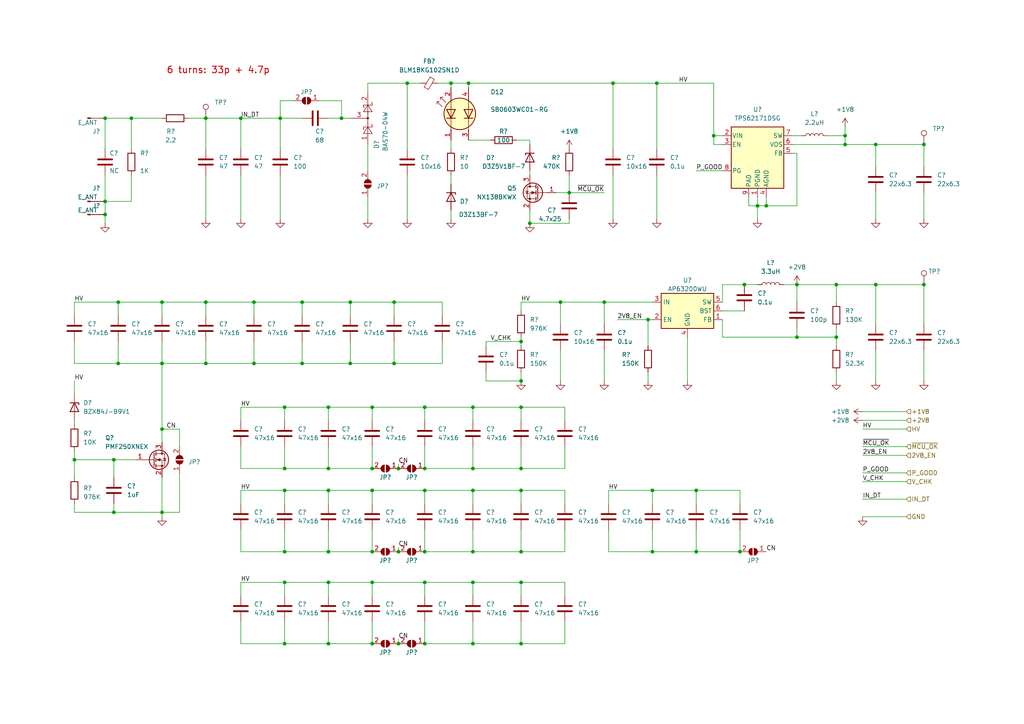
<source format=kicad_sch>
(kicad_sch (version 20230409) (generator eeschema)
  (paper "A4")
  (lib_symbols
    (symbol "Connector:Conn_01x01_Male" (pin_numbers hide) (pin_names (offset 1.016) hide)
      (property "Reference" "J" (at 0 2.54 0))
      (property "Value" "Conn_01x01_Male" (at 0 -2.54 0))
      (symbol "Conn_01x01_Male_1_1"
        (pin passive line (at 5.08 0 180) (length 3.81) (name "Pin_1") (number "1"))
      )
    )
    (symbol "Connector:TestPoint" (pin_numbers hide) (pin_names (offset 0.762) hide)
      (property "Reference" "TP" (at 0 6.858 0))
      (property "Value" "TestPoint" (at 0 5.08 0))
      (symbol "TestPoint_1_1"
        (pin passive line (at 0 0 90) (length 2.54) (name "1") (number "1"))
      )
    )
    (symbol "Device:C" (pin_numbers hide) (pin_names (offset 0.254))
      (property "Reference" "C" (at 0.635 2.54 0))
      (property "Value" "C" (at 0.635 -2.54 0))
      (symbol "C_1_1"
        (pin passive line (at 0 3.81 270) (length 2.794) (name "~") (number "1"))
        (pin passive line (at 0 -3.81 90) (length 2.794) (name "~") (number "2"))
      )
    )
    (symbol "Device:D_Zener" (pin_numbers hide) (pin_names (offset 1.016) hide)
      (property "Reference" "D" (at 0 2.54 0))
      (property "Value" "D_Zener" (at 0 -2.54 0))
      (symbol "D_Zener_1_1"
        (pin passive line (at -3.81 0 0) (length 2.54) (name "K") (number "1"))
        (pin passive line (at 3.81 0 180) (length 2.54) (name "A") (number "2"))
      )
    )
    (symbol "Device:FerriteBead_Small" (pin_numbers hide) (pin_names (offset 0))
      (property "Reference" "FB" (at 1.905 1.27 0))
      (property "Value" "FerriteBead_Small" (at 1.905 -1.27 0))
      (symbol "FerriteBead_Small_1_1"
        (pin passive line (at 0 2.54 270) (length 1.27) (name "~") (number "1"))
        (pin passive line (at 0 -2.54 90) (length 1.27) (name "~") (number "2"))
      )
    )
    (symbol "Device:L" (pin_numbers hide) (pin_names (offset 1.016) hide)
      (property "Reference" "L" (at -1.27 0 90))
      (property "Value" "L" (at 1.905 0 90))
      (symbol "L_1_1"
        (pin passive line (at 0 3.81 270) (length 1.27) (name "1") (number "1"))
        (pin passive line (at 0 -3.81 90) (length 1.27) (name "2") (number "2"))
      )
    )
    (symbol "Device:LED_Dual_KAKA" (pin_names (offset 0) hide)
      (property "Reference" "D" (at 0 5.715 0))
      (property "Value" "LED_Dual_KAKA" (at 0 -6.35 0))
      (symbol "LED_Dual_KAKA_1_1"
        (pin input line (at -7.62 2.54 0) (length 3.048) (name "A1") (number "1"))
        (pin input line (at 7.62 2.54 180) (length 3.81) (name "K1") (number "2"))
        (pin input line (at -7.62 -2.54 0) (length 3.048) (name "A2") (number "3"))
        (pin input line (at 7.62 -2.54 180) (length 3.81) (name "K2") (number "4"))
      )
    )
    (symbol "Device:Q_NMOS_GSD" (pin_names (offset 0) hide)
      (property "Reference" "Q" (at 5.08 1.27 0))
      (property "Value" "Q_NMOS_GSD" (at 5.08 -1.27 0))
      (symbol "Q_NMOS_GSD_1_1"
        (pin input line (at -5.08 0 0) (length 2.54) (name "G") (number "1"))
        (pin passive line (at 2.54 -5.08 90) (length 2.54) (name "S") (number "2"))
        (pin passive line (at 2.54 5.08 270) (length 2.54) (name "D") (number "3"))
      )
    )
    (symbol "Device:R" (pin_numbers hide) (pin_names (offset 0))
      (property "Reference" "R" (at 2.032 0 90))
      (property "Value" "R" (at 0 0 90))
      (symbol "R_1_1"
        (pin passive line (at 0 3.81 270) (length 1.27) (name "~") (number "1"))
        (pin passive line (at 0 -3.81 90) (length 1.27) (name "~") (number "2"))
      )
    )
    (symbol "Diode:BAT54SW" (pin_names (offset 1.016))
      (property "Reference" "D" (at 0.635 -3.81 0))
      (property "Value" "BAT54SW" (at -6.35 3.175 0))
      (symbol "BAT54SW_1_1"
        (pin passive line (at -7.62 0 0) (length 3.81) (name "~") (number "1"))
        (pin passive line (at 7.62 0 180) (length 3.81) (name "~") (number "2"))
        (pin passive line (at 0 -5.08 90) (length 5.08) (name "~") (number "3"))
      )
    )
    (symbol "Jumper:SolderJumper_2_Open" (pin_names (offset 0) hide)
      (property "Reference" "JP" (at 0 2.032 0))
      (property "Value" "SolderJumper_2_Open" (at 0 -2.54 0))
      (symbol "SolderJumper_2_Open_1_1"
        (pin passive line (at -3.81 0 0) (length 2.54) (name "A") (number "1"))
        (pin passive line (at 3.81 0 180) (length 2.54) (name "B") (number "2"))
      )
    )
    (symbol "Regulator_Switching:AP63201WU"
      (property "Reference" "U" (at -7.62 6.35 0))
      (property "Value" "AP63201WU" (at 2.54 6.35 0))
      (symbol "AP63201WU_1_1"
        (pin input line (at 10.16 -2.54 180) (length 2.54) (name "FB") (number "1"))
        (pin input line (at -10.16 -2.54 0) (length 2.54) (name "EN") (number "2"))
        (pin power_in line (at -10.16 2.54 0) (length 2.54) (name "IN") (number "3"))
        (pin power_in line (at 0 -7.62 90) (length 2.54) (name "GND") (number "4"))
        (pin output line (at 10.16 2.54 180) (length 2.54) (name "SW") (number "5"))
        (pin passive line (at 10.16 0 180) (length 2.54) (name "BST") (number "6"))
      )
    )
    (symbol "Regulator_Switching:TPS62171DSG" (pin_names (offset 0.254))
      (property "Reference" "U" (at -7.62 11.43 0))
      (property "Value" "TPS62171DSG" (at -1.27 11.43 0))
      (symbol "TPS62171DSG_1_1"
        (pin power_in line (at 0 -10.16 90) (length 2.54) (name "PGND") (number "1"))
        (pin power_in line (at -10.16 7.62 0) (length 2.54) (name "VIN") (number "2"))
        (pin input line (at -10.16 5.08 0) (length 2.54) (name "EN") (number "3"))
        (pin power_in line (at 2.54 -10.16 90) (length 2.54) (name "AGND") (number "4"))
        (pin input line (at 10.16 2.54 180) (length 2.54) (name "FB") (number "5"))
        (pin input line (at 10.16 5.08 180) (length 2.54) (name "VOS") (number "6"))
        (pin output line (at 10.16 7.62 180) (length 2.54) (name "SW") (number "7"))
        (pin open_collector line (at -10.16 -2.54 0) (length 2.54) (name "PG") (number "8"))
        (pin power_in line (at -2.54 -10.16 90) (length 2.54) (name "PAD") (number "9"))
      )
    )
    (symbol "Transistor_FET:2N7002" (pin_names hide)
      (property "Reference" "Q" (at 5.08 1.905 0))
      (property "Value" "2N7002" (at 5.08 0 0))
      (symbol "2N7002_1_1"
        (pin input line (at -5.08 0 0) (length 2.54) (name "G") (number "1"))
        (pin passive line (at 2.54 -5.08 90) (length 2.54) (name "S") (number "2"))
        (pin passive line (at 2.54 5.08 270) (length 2.54) (name "D") (number "3"))
      )
    )
    (symbol "power:+1V8" (power) (pin_names (offset 0))
      (property "Value" "+1V8" (at 0 3.556 0))
      (symbol "+1V8_1_1"
        (pin power_in line (at 0 0 90) (length 0) hide (name "+1V8") (number "1"))
      )
    )
    (symbol "power:+2V8" (power) (pin_names (offset 0))
      (property "Value" "+2V8" (at 0 3.556 0))
      (symbol "+2V8_1_1"
        (pin power_in line (at 0 0 90) (length 0) hide (name "+2V8") (number "1"))
      )
    )
    (symbol "power:GND" (power) (pin_names (offset 0))
      (property "Value" "GND" (at 0 -3.81 0))
      (symbol "GND_1_1"
        (pin power_in line (at 0 0 270) (length 0) hide (name "GND") (number "1"))
      )
    )
  )
  (junction (at 219.71 59.69))
  (junction (at 30.48 58.42))
  (junction (at 151.13 99.06))
  (junction (at 87.63 105.41))
  (junction (at 46.99 148.59))
  (junction (at 59.69 34.29))
  (junction (at 82.55 168.91))
  (junction (at 115.57 160.02))
  (junction (at 123.19 142.24))
  (junction (at 151.13 110.49))
  (junction (at 107.95 118.11))
  (junction (at 151.13 135.89))
  (junction (at 114.3 87.63))
  (junction (at 123.19 160.02))
  (junction (at 137.16 160.02))
  (junction (at 101.6 105.41))
  (junction (at 82.55 118.11))
  (junction (at 151.13 142.24))
  (junction (at 95.25 186.69))
  (junction (at 222.25 59.69))
  (junction (at 59.69 87.63))
  (junction (at 107.95 135.89))
  (junction (at 82.55 142.24))
  (junction (at 151.13 160.02))
  (junction (at 34.29 87.63))
  (junction (at 189.23 142.24))
  (junction (at 162.56 87.63))
  (junction (at 95.25 142.24))
  (junction (at 245.11 41.91))
  (junction (at 87.63 87.63))
  (junction (at 95.25 168.91))
  (junction (at 151.13 118.11))
  (junction (at 38.1 34.29))
  (junction (at 175.26 87.63))
  (junction (at 207.01 39.37))
  (junction (at 107.95 160.02))
  (junction (at 242.57 97.79))
  (junction (at 46.99 124.46))
  (junction (at 115.57 186.69))
  (junction (at 201.93 160.02))
  (junction (at 254 41.91))
  (junction (at 137.16 135.89))
  (junction (at 30.48 34.29))
  (junction (at 123.19 135.89))
  (junction (at 69.85 34.29))
  (junction (at 267.97 82.55))
  (junction (at 21.59 133.35))
  (junction (at 242.57 82.55))
  (junction (at 151.13 168.91))
  (junction (at 267.97 41.91))
  (junction (at 190.5 24.13))
  (junction (at 177.8 24.13))
  (junction (at 95.25 160.02))
  (junction (at 137.16 186.69))
  (junction (at 101.6 87.63))
  (junction (at 30.48 62.23))
  (junction (at 73.66 87.63))
  (junction (at 123.19 118.11))
  (junction (at 82.55 160.02))
  (junction (at 46.99 87.63))
  (junction (at 99.06 34.29))
  (junction (at 130.81 24.13))
  (junction (at 123.19 186.69))
  (junction (at 34.29 105.41))
  (junction (at 151.13 186.69))
  (junction (at 33.02 133.35))
  (junction (at 231.14 97.79))
  (junction (at 189.23 160.02))
  (junction (at 135.89 24.13))
  (junction (at 81.28 34.29))
  (junction (at 231.14 82.55))
  (junction (at 201.93 142.24))
  (junction (at 107.95 142.24))
  (junction (at 214.63 160.02))
  (junction (at 82.55 135.89))
  (junction (at 153.67 64.77))
  (junction (at 254 82.55))
  (junction (at 137.16 118.11))
  (junction (at 215.9 82.55))
  (junction (at 118.11 24.13))
  (junction (at 115.57 135.89))
  (junction (at 123.19 168.91))
  (junction (at 95.25 135.89))
  (junction (at 95.25 118.11))
  (junction (at 107.95 168.91))
  (junction (at 137.16 142.24))
  (junction (at 114.3 105.41))
  (junction (at 187.96 92.71))
  (junction (at 46.99 105.41))
  (junction (at 73.66 105.41))
  (junction (at 82.55 186.69))
  (junction (at 137.16 168.91))
  (junction (at 245.11 39.37))
  (junction (at 165.1 55.88))
  (junction (at 107.95 186.69))
  (junction (at 33.02 148.59))
  (junction (at 59.69 105.41))
  (wire (pts (xy 151.13 142.24) (xy 163.83 142.24)))
  (wire (pts (xy 34.29 87.63) (xy 34.29 91.44)))
  (wire (pts (xy 107.95 168.91) (xy 107.95 172.72)))
  (wire (pts (xy 46.99 105.41) (xy 46.99 124.46)))
  (wire (pts (xy 231.14 97.79) (xy 231.14 95.25)))
  (wire (pts (xy 162.56 101.6) (xy 162.56 110.49)))
  (wire (pts (xy 73.66 87.63) (xy 87.63 87.63)))
  (wire (pts (xy 190.5 24.13) (xy 207.01 24.13)))
  (wire (pts (xy 34.29 87.63) (xy 46.99 87.63)))
  (wire (pts (xy 207.01 39.37) (xy 207.01 41.91)))
  (wire (pts (xy 201.93 153.67) (xy 201.93 160.02)))
  (wire (pts (xy 115.57 185.42) (xy 115.57 186.69)))
  (wire (pts (xy 201.93 142.24) (xy 201.93 146.05)))
  (wire (pts (xy 187.96 107.95) (xy 187.96 110.49)))
  (wire (pts (xy 30.48 34.29) (xy 38.1 34.29)))
  (wire (pts (xy 151.13 87.63) (xy 162.56 87.63)))
  (wire (pts (xy 52.07 148.59) (xy 46.99 148.59)))
  (wire (pts (xy 267.97 93.98) (xy 267.97 82.55)))
  (wire (pts (xy 209.55 90.17) (xy 215.9 90.17)))
  (wire (pts (xy 73.66 99.06) (xy 73.66 105.41)))
  (wire (pts (xy 177.8 24.13) (xy 190.5 24.13)))
  (wire (pts (xy 207.01 24.13) (xy 207.01 39.37)))
  (wire (pts (xy 231.14 44.45) (xy 229.87 44.45)))
  (wire (pts (xy 222.25 59.69) (xy 231.14 59.69)))
  (wire (pts (xy 250.19 129.54) (xy 262.89 129.54)))
  (wire (pts (xy 33.02 148.59) (xy 46.99 148.59)))
  (wire (pts (xy 52.07 137.16) (xy 52.07 148.59)))
  (wire (pts (xy 201.93 49.53) (xy 209.55 49.53)))
  (wire (pts (xy 165.1 55.88) (xy 165.1 50.8)))
  (wire (pts (xy 87.63 87.63) (xy 101.6 87.63)))
  (wire (pts (xy 190.5 50.8) (xy 190.5 63.5)))
  (wire (pts (xy 82.55 168.91) (xy 95.25 168.91)))
  (wire (pts (xy 123.19 168.91) (xy 123.19 172.72)))
  (wire (pts (xy 219.71 59.69) (xy 219.71 57.15)))
  (wire (pts (xy 38.1 34.29) (xy 46.99 34.29)))
  (wire (pts (xy 95.25 160.02) (xy 107.95 160.02)))
  (wire (pts (xy 177.8 50.8) (xy 177.8 63.5)))
  (wire (pts (xy 82.55 153.67) (xy 82.55 160.02)))
  (wire (pts (xy 137.16 118.11) (xy 151.13 118.11)))
  (wire (pts (xy 82.55 168.91) (xy 82.55 172.72)))
  (wire (pts (xy 137.16 186.69) (xy 151.13 186.69)))
  (wire (pts (xy 106.68 24.13) (xy 118.11 24.13)))
  (wire (pts (xy 162.56 87.63) (xy 175.26 87.63)))
  (wire (pts (xy 101.6 87.63) (xy 101.6 91.44)))
  (wire (pts (xy 140.97 100.33) (xy 140.97 99.06)))
  (wire (pts (xy 201.93 160.02) (xy 214.63 160.02)))
  (wire (pts (xy 219.71 59.69) (xy 219.71 63.5)))
  (wire (pts (xy 107.95 142.24) (xy 107.95 146.05)))
  (wire (pts (xy 114.3 99.06) (xy 114.3 105.41)))
  (wire (pts (xy 38.1 43.18) (xy 38.1 34.29)))
  (wire (pts (xy 81.28 34.29) (xy 81.28 43.18)))
  (wire (pts (xy 151.13 153.67) (xy 151.13 160.02)))
  (wire (pts (xy 123.19 180.34) (xy 123.19 186.69)))
  (wire (pts (xy 177.8 24.13) (xy 177.8 43.18)))
  (wire (pts (xy 163.83 186.69) (xy 151.13 186.69)))
  (wire (pts (xy 123.19 160.02) (xy 137.16 160.02)))
  (wire (pts (xy 107.95 142.24) (xy 123.19 142.24)))
  (wire (pts (xy 209.55 82.55) (xy 209.55 87.63)))
  (wire (pts (xy 107.95 118.11) (xy 123.19 118.11)))
  (wire (pts (xy 30.48 58.42) (xy 30.48 62.23)))
  (wire (pts (xy 82.55 186.69) (xy 95.25 186.69)))
  (wire (pts (xy 153.67 40.64) (xy 149.86 40.64)))
  (wire (pts (xy 87.63 87.63) (xy 87.63 91.44)))
  (wire (pts (xy 267.97 48.26) (xy 267.97 41.91)))
  (wire (pts (xy 175.26 101.6) (xy 175.26 110.49)))
  (wire (pts (xy 231.14 82.55) (xy 242.57 82.55)))
  (wire (pts (xy 21.59 148.59) (xy 33.02 148.59)))
  (wire (pts (xy 52.07 129.54) (xy 52.07 124.46)))
  (wire (pts (xy 99.06 34.29) (xy 101.6 34.29)))
  (wire (pts (xy 215.9 82.55) (xy 209.55 82.55)))
  (wire (pts (xy 95.25 118.11) (xy 95.25 121.92)))
  (wire (pts (xy 114.3 105.41) (xy 101.6 105.41)))
  (wire (pts (xy 217.17 59.69) (xy 219.71 59.69)))
  (wire (pts (xy 137.16 180.34) (xy 137.16 186.69)))
  (wire (pts (xy 21.59 87.63) (xy 34.29 87.63)))
  (wire (pts (xy 82.55 180.34) (xy 82.55 186.69)))
  (wire (pts (xy 118.11 24.13) (xy 121.92 24.13)))
  (wire (pts (xy 130.81 50.8) (xy 130.81 53.34)))
  (wire (pts (xy 207.01 39.37) (xy 209.55 39.37)))
  (wire (pts (xy 30.48 62.23) (xy 30.48 64.77)))
  (wire (pts (xy 95.25 168.91) (xy 95.25 172.72)))
  (wire (pts (xy 130.81 24.13) (xy 130.81 25.4)))
  (wire (pts (xy 151.13 97.79) (xy 151.13 99.06)))
  (wire (pts (xy 69.85 172.72) (xy 69.85 168.91)))
  (wire (pts (xy 127 24.13) (xy 130.81 24.13)))
  (wire (pts (xy 52.07 124.46) (xy 46.99 124.46)))
  (wire (pts (xy 207.01 41.91) (xy 209.55 41.91)))
  (wire (pts (xy 69.85 34.29) (xy 69.85 43.18)))
  (wire (pts (xy 82.55 142.24) (xy 95.25 142.24)))
  (wire (pts (xy 151.13 118.11) (xy 163.83 118.11)))
  (wire (pts (xy 69.85 160.02) (xy 82.55 160.02)))
  (wire (pts (xy 118.11 50.8) (xy 118.11 63.5)))
  (wire (pts (xy 34.29 99.06) (xy 34.29 105.41)))
  (wire (pts (xy 229.87 39.37) (xy 232.41 39.37)))
  (wire (pts (xy 82.55 160.02) (xy 95.25 160.02)))
  (wire (pts (xy 21.59 91.44) (xy 21.59 87.63)))
  (wire (pts (xy 245.11 36.83) (xy 245.11 39.37)))
  (wire (pts (xy 128.27 91.44) (xy 128.27 87.63)))
  (wire (pts (xy 95.25 142.24) (xy 95.25 146.05)))
  (wire (pts (xy 101.6 87.63) (xy 114.3 87.63)))
  (wire (pts (xy 176.53 160.02) (xy 189.23 160.02)))
  (wire (pts (xy 163.83 118.11) (xy 163.83 121.92)))
  (wire (pts (xy 219.71 82.55) (xy 215.9 82.55)))
  (wire (pts (xy 128.27 99.06) (xy 128.27 105.41)))
  (wire (pts (xy 123.19 129.54) (xy 123.19 135.89)))
  (wire (pts (xy 217.17 59.69) (xy 217.17 57.15)))
  (wire (pts (xy 227.33 82.55) (xy 231.14 82.55)))
  (wire (pts (xy 153.67 50.8) (xy 153.67 49.53)))
  (wire (pts (xy 33.02 133.35) (xy 33.02 138.43)))
  (wire (pts (xy 250.19 149.86) (xy 262.89 149.86)))
  (wire (pts (xy 85.09 29.21) (xy 81.28 29.21)))
  (wire (pts (xy 82.55 135.89) (xy 95.25 135.89)))
  (wire (pts (xy 38.1 58.42) (xy 30.48 58.42)))
  (wire (pts (xy 101.6 99.06) (xy 101.6 105.41)))
  (wire (pts (xy 135.89 40.64) (xy 142.24 40.64)))
  (wire (pts (xy 33.02 146.05) (xy 33.02 148.59)))
  (wire (pts (xy 140.97 107.95) (xy 140.97 110.49)))
  (wire (pts (xy 21.59 110.49) (xy 21.59 114.3)))
  (wire (pts (xy 123.19 153.67) (xy 123.19 160.02)))
  (wire (pts (xy 254 93.98) (xy 254 82.55)))
  (wire (pts (xy 137.16 168.91) (xy 137.16 172.72)))
  (wire (pts (xy 187.96 92.71) (xy 187.96 100.33)))
  (wire (pts (xy 115.57 158.75) (xy 115.57 160.02)))
  (wire (pts (xy 82.55 118.11) (xy 82.55 121.92)))
  (wire (pts (xy 59.69 34.29) (xy 59.69 43.18)))
  (wire (pts (xy 153.67 60.96) (xy 153.67 64.77)))
  (wire (pts (xy 82.55 142.24) (xy 82.55 146.05)))
  (wire (pts (xy 46.99 87.63) (xy 46.99 91.44)))
  (wire (pts (xy 151.13 90.17) (xy 151.13 87.63)))
  (wire (pts (xy 69.85 135.89) (xy 82.55 135.89)))
  (wire (pts (xy 46.99 138.43) (xy 46.99 148.59)))
  (wire (pts (xy 267.97 101.6) (xy 267.97 110.49)))
  (wire (pts (xy 106.68 41.91) (xy 106.68 49.53)))
  (wire (pts (xy 163.83 180.34) (xy 163.83 186.69)))
  (wire (pts (xy 163.83 153.67) (xy 163.83 160.02)))
  (wire (pts (xy 38.1 50.8) (xy 38.1 58.42)))
  (wire (pts (xy 137.16 168.91) (xy 151.13 168.91)))
  (wire (pts (xy 165.1 64.77) (xy 153.67 64.77)))
  (wire (pts (xy 214.63 153.67) (xy 214.63 160.02)))
  (wire (pts (xy 250.19 139.7) (xy 262.89 139.7)))
  (wire (pts (xy 165.1 55.88) (xy 161.29 55.88)))
  (wire (pts (xy 46.99 99.06) (xy 46.99 105.41)))
  (wire (pts (xy 151.13 118.11) (xy 151.13 121.92)))
  (wire (pts (xy 135.89 24.13) (xy 177.8 24.13)))
  (wire (pts (xy 137.16 160.02) (xy 151.13 160.02)))
  (wire (pts (xy 99.06 34.29) (xy 95.25 34.29)))
  (wire (pts (xy 250.19 132.08) (xy 262.89 132.08)))
  (wire (pts (xy 214.63 142.24) (xy 214.63 146.05)))
  (wire (pts (xy 69.85 142.24) (xy 82.55 142.24)))
  (wire (pts (xy 21.59 99.06) (xy 21.59 105.41)))
  (wire (pts (xy 123.19 142.24) (xy 137.16 142.24)))
  (wire (pts (xy 176.53 153.67) (xy 176.53 160.02)))
  (wire (pts (xy 73.66 87.63) (xy 73.66 91.44)))
  (wire (pts (xy 81.28 34.29) (xy 87.63 34.29)))
  (wire (pts (xy 95.25 135.89) (xy 107.95 135.89)))
  (wire (pts (xy 123.19 118.11) (xy 123.19 121.92)))
  (wire (pts (xy 107.95 168.91) (xy 123.19 168.91)))
  (wire (pts (xy 242.57 97.79) (xy 242.57 95.25)))
  (wire (pts (xy 151.13 107.95) (xy 151.13 110.49)))
  (wire (pts (xy 250.19 137.16) (xy 262.89 137.16)))
  (wire (pts (xy 140.97 99.06) (xy 151.13 99.06)))
  (wire (pts (xy 123.19 168.91) (xy 137.16 168.91)))
  (wire (pts (xy 69.85 34.29) (xy 81.28 34.29)))
  (wire (pts (xy 69.85 50.8) (xy 69.85 63.5)))
  (wire (pts (xy 151.13 99.06) (xy 151.13 100.33)))
  (wire (pts (xy 209.55 92.71) (xy 209.55 97.79)))
  (wire (pts (xy 30.48 34.29) (xy 30.48 43.18)))
  (wire (pts (xy 123.19 186.69) (xy 137.16 186.69)))
  (wire (pts (xy 130.81 60.96) (xy 130.81 63.5)))
  (wire (pts (xy 59.69 50.8) (xy 59.69 63.5)))
  (wire (pts (xy 137.16 129.54) (xy 137.16 135.89)))
  (wire (pts (xy 21.59 130.81) (xy 21.59 133.35)))
  (wire (pts (xy 242.57 107.95) (xy 242.57 110.49)))
  (wire (pts (xy 245.11 41.91) (xy 245.11 39.37)))
  (wire (pts (xy 137.16 142.24) (xy 151.13 142.24)))
  (wire (pts (xy 254 82.55) (xy 242.57 82.55)))
  (wire (pts (xy 34.29 105.41) (xy 46.99 105.41)))
  (wire (pts (xy 95.25 186.69) (xy 107.95 186.69)))
  (wire (pts (xy 245.11 41.91) (xy 254 41.91)))
  (wire (pts (xy 95.25 153.67) (xy 95.25 160.02)))
  (wire (pts (xy 123.19 118.11) (xy 137.16 118.11)))
  (wire (pts (xy 137.16 142.24) (xy 137.16 146.05)))
  (wire (pts (xy 59.69 87.63) (xy 59.69 91.44)))
  (wire (pts (xy 69.85 121.92) (xy 69.85 118.11)))
  (wire (pts (xy 21.59 146.05) (xy 21.59 148.59)))
  (wire (pts (xy 190.5 24.13) (xy 190.5 43.18)))
  (wire (pts (xy 95.25 118.11) (xy 107.95 118.11)))
  (wire (pts (xy 153.67 41.91) (xy 153.67 40.64)))
  (wire (pts (xy 87.63 99.06) (xy 87.63 105.41)))
  (wire (pts (xy 118.11 24.13) (xy 118.11 43.18)))
  (wire (pts (xy 267.97 41.91) (xy 254 41.91)))
  (wire (pts (xy 107.95 129.54) (xy 107.95 135.89)))
  (wire (pts (xy 267.97 82.55) (xy 254 82.55)))
  (wire (pts (xy 81.28 50.8) (xy 81.28 63.5)))
  (wire (pts (xy 222.25 59.69) (xy 222.25 57.15)))
  (wire (pts (xy 123.19 142.24) (xy 123.19 146.05)))
  (wire (pts (xy 21.59 133.35) (xy 21.59 138.43)))
  (wire (pts (xy 21.59 105.41) (xy 34.29 105.41)))
  (wire (pts (xy 163.83 160.02) (xy 151.13 160.02)))
  (wire (pts (xy 30.48 58.42) (xy 30.48 50.8)))
  (wire (pts (xy 242.57 82.55) (xy 242.57 87.63)))
  (wire (pts (xy 163.83 168.91) (xy 163.83 172.72)))
  (wire (pts (xy 250.19 144.78) (xy 262.89 144.78)))
  (wire (pts (xy 254 101.6) (xy 254 110.49)))
  (wire (pts (xy 137.16 118.11) (xy 137.16 121.92)))
  (wire (pts (xy 59.69 87.63) (xy 73.66 87.63)))
  (wire (pts (xy 175.26 87.63) (xy 175.26 93.98)))
  (wire (pts (xy 151.13 180.34) (xy 151.13 186.69)))
  (wire (pts (xy 69.85 186.69) (xy 82.55 186.69)))
  (wire (pts (xy 165.1 64.77) (xy 165.1 63.5)))
  (wire (pts (xy 46.99 124.46) (xy 46.99 128.27)))
  (wire (pts (xy 69.85 146.05) (xy 69.85 142.24)))
  (wire (pts (xy 163.83 142.24) (xy 163.83 146.05)))
  (wire (pts (xy 59.69 105.41) (xy 73.66 105.41)))
  (wire (pts (xy 107.95 153.67) (xy 107.95 160.02)))
  (wire (pts (xy 231.14 44.45) (xy 231.14 59.69)))
  (wire (pts (xy 82.55 118.11) (xy 95.25 118.11)))
  (wire (pts (xy 69.85 180.34) (xy 69.85 186.69)))
  (wire (pts (xy 176.53 142.24) (xy 189.23 142.24)))
  (wire (pts (xy 199.39 110.49) (xy 199.39 97.79)))
  (wire (pts (xy 140.97 110.49) (xy 151.13 110.49)))
  (wire (pts (xy 95.25 142.24) (xy 107.95 142.24)))
  (wire (pts (xy 69.85 168.91) (xy 82.55 168.91)))
  (wire (pts (xy 187.96 92.71) (xy 189.23 92.71)))
  (wire (pts (xy 254 48.26) (xy 254 41.91)))
  (wire (pts (xy 267.97 55.88) (xy 267.97 63.5)))
  (wire (pts (xy 162.56 93.98) (xy 162.56 87.63)))
  (wire (pts (xy 201.93 142.24) (xy 214.63 142.24)))
  (wire (pts (xy 87.63 105.41) (xy 101.6 105.41)))
  (wire (pts (xy 95.25 129.54) (xy 95.25 135.89)))
  (wire (pts (xy 231.14 97.79) (xy 242.57 97.79)))
  (wire (pts (xy 107.95 180.34) (xy 107.95 186.69)))
  (wire (pts (xy 69.85 153.67) (xy 69.85 160.02)))
  (wire (pts (xy 46.99 87.63) (xy 59.69 87.63)))
  (wire (pts (xy 163.83 135.89) (xy 151.13 135.89)))
  (wire (pts (xy 151.13 142.24) (xy 151.13 146.05)))
  (wire (pts (xy 254 55.88) (xy 254 63.5)))
  (wire (pts (xy 209.55 97.79) (xy 231.14 97.79)))
  (wire (pts (xy 59.69 34.29) (xy 69.85 34.29)))
  (wire (pts (xy 128.27 105.41) (xy 114.3 105.41)))
  (wire (pts (xy 73.66 105.41) (xy 87.63 105.41)))
  (wire (pts (xy 46.99 149.86) (xy 46.99 148.59)))
  (wire (pts (xy 229.87 41.91) (xy 245.11 41.91)))
  (wire (pts (xy 99.06 29.21) (xy 99.06 34.29)))
  (wire (pts (xy 179.07 92.71) (xy 187.96 92.71)))
  (wire (pts (xy 130.81 24.13) (xy 135.89 24.13)))
  (wire (pts (xy 231.14 82.55) (xy 231.14 87.63)))
  (wire (pts (xy 245.11 39.37) (xy 240.03 39.37)))
  (wire (pts (xy 114.3 87.63) (xy 114.3 91.44)))
  (wire (pts (xy 151.13 129.54) (xy 151.13 135.89)))
  (wire (pts (xy 189.23 142.24) (xy 189.23 146.05)))
  (wire (pts (xy 69.85 118.11) (xy 82.55 118.11)))
  (wire (pts (xy 33.02 133.35) (xy 39.37 133.35)))
  (wire (pts (xy 59.69 99.06) (xy 59.69 105.41)))
  (wire (pts (xy 82.55 129.54) (xy 82.55 135.89)))
  (wire (pts (xy 92.71 29.21) (xy 99.06 29.21)))
  (wire (pts (xy 189.23 153.67) (xy 189.23 160.02)))
  (wire (pts (xy 151.13 168.91) (xy 151.13 172.72)))
  (wire (pts (xy 95.25 168.91) (xy 107.95 168.91)))
  (wire (pts (xy 137.16 153.67) (xy 137.16 160.02)))
  (wire (pts (xy 106.68 26.67) (xy 106.68 24.13)))
  (wire (pts (xy 137.16 135.89) (xy 151.13 135.89)))
  (wire (pts (xy 176.53 146.05) (xy 176.53 142.24)))
  (wire (pts (xy 175.26 55.88) (xy 165.1 55.88)))
  (wire (pts (xy 163.83 129.54) (xy 163.83 135.89)))
  (wire (pts (xy 242.57 100.33) (xy 242.57 97.79)))
  (wire (pts (xy 189.23 160.02) (xy 201.93 160.02)))
  (wire (pts (xy 21.59 121.92) (xy 21.59 123.19)))
  (wire (pts (xy 219.71 59.69) (xy 222.25 59.69)))
  (wire (pts (xy 59.69 34.29) (xy 54.61 34.29)))
  (wire (pts (xy 106.68 57.15) (xy 106.68 63.5)))
  (wire (pts (xy 95.25 180.34) (xy 95.25 186.69)))
  (wire (pts (xy 130.81 40.64) (xy 130.81 43.18)))
  (wire (pts (xy 128.27 87.63) (xy 114.3 87.63)))
  (wire (pts (xy 250.19 121.92) (xy 262.89 121.92)))
  (wire (pts (xy 21.59 133.35) (xy 33.02 133.35)))
  (wire (pts (xy 81.28 29.21) (xy 81.28 34.29)))
  (wire (pts (xy 189.23 142.24) (xy 201.93 142.24)))
  (wire (pts (xy 175.26 87.63) (xy 189.23 87.63)))
  (wire (pts (xy 250.19 124.46) (xy 262.89 124.46)))
  (wire (pts (xy 151.13 168.91) (xy 163.83 168.91)))
  (wire (pts (xy 135.89 24.13) (xy 135.89 25.4)))
  (wire (pts (xy 115.57 134.62) (xy 115.57 135.89)))
  (wire (pts (xy 69.85 129.54) (xy 69.85 135.89)))
  (wire (pts (xy 250.19 119.38) (xy 262.89 119.38)))
  (wire (pts (xy 107.95 118.11) (xy 107.95 121.92)))
  (wire (pts (xy 123.19 135.89) (xy 137.16 135.89)))
  (wire (pts (xy 46.99 105.41) (xy 59.69 105.41)))
  (text "6 turns: 33p + 4.7p" (at 48.26 21.59 0) (effects (font (size 1.905 1.905) (thickness 0.254) bold) (justify left bottom)))
  (label "~{MCU_OK}" (at 175.26 55.88 180))
  (label "2V8_EN" (at 179.07 92.71 0))
  (label "HV" (at 69.85 118.11 0))
  (label "HV" (at 21.59 110.49 0))
  (label "CN" (at 115.57 134.62 0))
  (label "P_GOOD" (at 201.93 49.53 0))
  (label "HV" (at 176.53 142.24 0))
  (label "HV" (at 21.59 87.63 0))
  (label "HV" (at 69.85 168.91 0))
  (label "HV" (at 151.13 87.63 0))
  (label "2V8_EN" (at 250.19 132.08 0))
  (label "CN" (at 48.26 124.46 0))
  (label "IN_DT" (at 69.85 34.29 0))
  (label "HV" (at 69.85 142.24 0))
  (label "CN" (at 115.57 158.75 0))
  (label "CN" (at 222.25 160.02 0))
  (label "HV" (at 250.19 124.46 0))
  (label "HV" (at 196.85 24.13 0))
  (label "CN" (at 115.57 185.42 0))
  (label "V_CHK" (at 250.19 139.7 0))
  (label "V_CHK" (at 142.24 99.06 0))
  (label "~{MCU_OK}" (at 250.19 129.54 0))
  (label "IN_DT" (at 250.19 144.78 0))
  (label "P_GOOD" (at 250.19 137.16 0))
  (hierarchical_label "~{MCU_OK}" (shape input) (at 262.89 129.54 0))
  (hierarchical_label "V_CHK" (shape input) (at 262.89 139.7 0))
  (hierarchical_label "P_GOOD" (shape input) (at 262.89 137.16 0))
  (hierarchical_label "HV" (shape input) (at 262.89 124.46 0))
  (hierarchical_label "2V8_EN" (shape input) (at 262.89 132.08 0))
  (hierarchical_label "+2V8" (shape input) (at 262.89 121.92 0))
  (hierarchical_label "IN_DT" (shape input) (at 262.89 144.78 0))
  (hierarchical_label "GND" (shape input) (at 262.89 149.86 0))
  (hierarchical_label "+1V8" (shape input) (at 262.89 119.38 0))
  (symbol (lib_id "Device:C") (at 95.25 176.53 180) (unit 1)
    (property "Reference" "C?" (at 99.06 175.2599 0) (effects (justify right)))
    (property "Value" "47x16" (at 99.06 177.7999 0) (effects (justify right)))
    (property "Footprint" "Capacitor_SMD:C_1210_3225Metric" (effects hide))
    (instances (project "Kampela" (path "" (reference "C?") (unit 1))) (project "Kampela_E1" (path "" (reference "C70") (unit 1))))
  )
  (symbol (lib_id "Device:C") (at 137.16 149.86 180) (unit 1)
    (property "Reference" "C?" (at 140.97 148.5899 0) (effects (justify right)))
    (property "Value" "47x16" (at 140.97 151.1299 0) (effects (justify right)))
    (property "Footprint" "Capacitor_SMD:C_1210_3225Metric" (effects hide))
    (instances (project "Kampela" (path "" (reference "C?") (unit 1))) (project "Kampela_E1" (path "" (reference "C85") (unit 1))))
  )
  (symbol (lib_id "Device:C") (at 137.16 176.53 180) (unit 1)
    (property "Reference" "C?" (at 140.97 175.2599 0) (effects (justify right)))
    (property "Value" "47x16" (at 140.97 177.7999 0) (effects (justify right)))
    (property "Footprint" "Capacitor_SMD:C_1210_3225Metric" (effects hide))
    (instances (project "Kampela" (path "" (reference "C?") (unit 1))) (project "Kampela_E1" (path "" (reference "C71") (unit 1))))
  )
  (symbol (lib_id "Jumper:SolderJumper_2_Open") (at 111.76 186.69 180) (unit 1)
    (property "Reference" "JP?" (at 111.76 189.23 0))
    (property "Value" "SolderJumper_2_Open" (effects hide))
    (property "Footprint" "MyLib:SolderJumper_0.8.x1mm" (effects hide))
    (instances (project "Kampela" (path "" (reference "JP?") (unit 1))) (project "Kampela_E1" (path "" (reference "JP7") (unit 1))))
  )
  (symbol (lib_id "Device:D_Zener") (at 153.67 45.72 90) (mirror x) (unit 1)
    (property "Reference" "D?" (at 143.51 45.72 90) (effects (justify left)))
    (property "Value" "D3Z5V1BF-7" (at 152.4 48.26 90) (effects (justify left)))
    (property "Footprint" "Diode_SMD:D_SOD-323F" (effects hide))
    (instances (project "Kampela" (path "" (reference "D?") (unit 1))) (project "Kampela_E1" (path "" (reference "D8") (unit 1))))
  )
  (symbol (lib_id "Device:C") (at 114.3 95.25 180) (unit 1)
    (property "Reference" "C?" (at 118.11 93.9799 0) (effects (justify right)))
    (property "Value" "47x16" (at 118.11 96.5199 0) (effects (justify right)))
    (property "Footprint" "Capacitor_SMD:C_1210_3225Metric" (effects hide))
    (instances (project "Kampela" (path "" (reference "C?") (unit 1))) (project "Kampela_E1" (path "" (reference "C19") (unit 1))))
  )
  (symbol (lib_id "Jumper:SolderJumper_2_Open") (at 119.38 135.89 180) (unit 1)
    (property "Reference" "JP?" (at 119.38 138.43 0))
    (property "Value" "SolderJumper_2_Open" (effects hide))
    (property "Footprint" "MyLib:SolderJumper_0.8.x1mm" (effects hide))
    (instances (project "Kampela" (path "" (reference "JP?") (unit 1))) (project "Kampela_E1" (path "" (reference "JP2") (unit 1))))
  )
  (symbol (lib_id "Connector:TestPoint") (at 267.97 41.91 0) (unit 1)
    (property "Reference" "TP?" (at 270.51 37.3379 0) (effects (justify left)))
    (property "Value" "TestPoint" (effects hide))
    (property "Footprint" "TestPoint:TestPoint_Pad_D1.0mm" (effects hide))
    (instances (project "Kampela" (path "" (reference "TP?") (unit 1))) (project "Kampela_E1" (path "" (reference "TP2") (unit 1))))
  )
  (symbol (lib_id "Device:R") (at 38.1 46.99 180) (unit 1)
    (property "Reference" "R?" (at 41.91 44.45 0))
    (property "Value" "1K" (at 41.91 49.53 0))
    (property "Footprint" "Resistor_SMD:R_0603_1608Metric" (effects hide))
    (instances (project "Kampela" (path "" (reference "R?") (unit 1))) (project "Kampela_E1" (path "" (reference "R9") (unit 1))))
  )
  (symbol (lib_id "power:GND") (at 187.96 110.49 0) (unit 1)
    (property "Reference" "#PWR?" (effects hide))
    (property "Value" "GND" (effects hide))
    (instances (project "Kampela" (path "" (reference "#PWR?") (unit 1))) (project "Kampela_E1" (path "" (reference "#PWR034") (unit 1))))
  )
  (symbol (lib_id "Device:C") (at 163.83 149.86 180) (unit 1)
    (property "Reference" "C?" (at 167.64 148.5899 0) (effects (justify right)))
    (property "Value" "47x16" (at 167.64 151.1299 0) (effects (justify right)))
    (property "Footprint" "Capacitor_SMD:C_1210_3225Metric" (effects hide))
    (instances (project "Kampela" (path "" (reference "C?") (unit 1))) (project "Kampela_E1" (path "" (reference "C61") (unit 1))))
  )
  (symbol (lib_id "power:GND") (at 46.99 149.86 0) (mirror y) (unit 1)
    (property "Reference" "#PWR?" (effects hide))
    (property "Value" "GND" (effects hide))
    (instances (project "Kampela" (path "" (reference "#PWR?") (unit 1))) (project "Kampela_E1" (path "" (reference "#PWR023") (unit 1))))
  )
  (symbol (lib_id "Device:C") (at 151.13 176.53 180) (unit 1)
    (property "Reference" "C?" (at 154.94 175.2599 0) (effects (justify right)))
    (property "Value" "47x16" (at 154.94 177.7999 0) (effects (justify right)))
    (property "Footprint" "Capacitor_SMD:C_1210_3225Metric" (effects hide))
    (instances (project "Kampela" (path "" (reference "C?") (unit 1))) (project "Kampela_E1" (path "" (reference "C63") (unit 1))))
  )
  (symbol (lib_id "power:GND") (at 219.71 63.5 0) (unit 1)
    (property "Reference" "#PWR?" (effects hide))
    (property "Value" "GND" (effects hide))
    (instances (project "Kampela" (path "" (reference "#PWR?") (unit 1))) (project "Kampela_E1" (path "" (reference "#PWR037") (unit 1))))
  )
  (symbol (lib_id "power:GND") (at 30.48 64.77 0) (unit 1)
    (property "Reference" "#PWR?" (effects hide))
    (property "Value" "GND" (effects hide))
    (instances (project "Kampela" (path "" (reference "#PWR?") (unit 1))) (project "Kampela_E1" (path "" (reference "#PWR022") (unit 1))))
  )
  (symbol (lib_id "Device:L") (at 223.52 82.55 90) (unit 1)
    (property "Reference" "L?" (at 223.52 76.2 90))
    (property "Value" "3.3uH" (at 223.52 78.74 90))
    (property "Footprint" "Inductor_SMD:L_Wuerth_MAPI-3015" (effects hide))
    (instances (project "Kampela" (path "" (reference "L?") (unit 1))) (project "Kampela_E1" (path "" (reference "L1") (unit 1))))
  )
  (symbol (lib_id "power:GND") (at 69.85 63.5 0) (unit 1)
    (property "Reference" "#PWR?" (effects hide))
    (property "Value" "GND" (effects hide))
    (instances (project "Kampela" (path "" (reference "#PWR?") (unit 1))) (project "Kampela_E1" (path "" (reference "#PWR025") (unit 1))))
  )
  (symbol (lib_id "Device:C") (at 214.63 149.86 180) (unit 1)
    (property "Reference" "C?" (at 218.44 148.5899 0) (effects (justify right)))
    (property "Value" "47x16" (at 218.44 151.1299 0) (effects (justify right)))
    (property "Footprint" "Capacitor_SMD:C_1210_3225Metric" (effects hide))
    (instances (project "Kampela" (path "" (reference "C?") (unit 1))) (project "Kampela_E1" (path "" (reference "C64") (unit 1))))
  )
  (symbol (lib_id "Jumper:SolderJumper_2_Open") (at 106.68 53.34 90) (unit 1)
    (property "Reference" "JP?" (at 109.22 53.975 90) (effects (justify right)))
    (property "Value" "SolderJumper_2_Open" (effects hide))
    (property "Footprint" "MyLib:SolderJumper_0.8.x1mm" (effects hide))
    (instances (project "Kampela" (path "" (reference "JP?") (unit 1))) (project "Kampela_E1" (path "" (reference "JP4") (unit 1))))
  )
  (symbol (lib_id "Device:C") (at 95.25 149.86 180) (unit 1)
    (property "Reference" "C?" (at 99.06 148.5899 0) (effects (justify right)))
    (property "Value" "47x16" (at 99.06 151.1299 0) (effects (justify right)))
    (property "Footprint" "Capacitor_SMD:C_1210_3225Metric" (effects hide))
    (instances (project "Kampela" (path "" (reference "C?") (unit 1))) (project "Kampela_E1" (path "" (reference "C68") (unit 1))))
  )
  (symbol (lib_id "Device:C") (at 176.53 149.86 180) (unit 1)
    (property "Reference" "C?" (at 180.34 148.5899 0) (effects (justify right)))
    (property "Value" "47x16" (at 180.34 151.1299 0) (effects (justify right)))
    (property "Footprint" "Capacitor_SMD:C_1210_3225Metric" (effects hide))
    (instances (project "Kampela" (path "" (reference "C?") (unit 1))) (project "Kampela_E1" (path "" (reference "C80") (unit 1))))
  )
  (symbol (lib_id "Regulator_Switching:TPS62171DSG") (at 219.71 46.99 0) (unit 1)
    (property "Reference" "U?" (at 219.71 31.75 0))
    (property "Value" "TPS62171DSG" (at 219.71 34.29 0))
    (property "Footprint" "Package_SON:WSON-8-1EP_2x2mm_P0.5mm_EP0.9x1.6mm_ThermalVias" (effects hide))
    (property "Datasheet" "http://www.ti.com/lit/ds/symlink/tps62170.pdf" (effects hide))
    (instances (project "Kampela" (path "" (reference "U?") (unit 1))) (project "Kampela_E1" (path "" (reference "U3") (unit 1))))
  )
  (symbol (lib_id "Device:C") (at 140.97 104.14 0) (unit 1)
    (property "Reference" "C?" (at 144.78 102.8699 0) (effects (justify left)))
    (property "Value" "0.1u" (at 144.78 105.4099 0) (effects (justify left)))
    (property "Footprint" "Capacitor_SMD:C_0402_1005Metric" (effects hide))
    (instances (project "Kampela" (path "" (reference "C?") (unit 1))) (project "Kampela_E1" (path "" (reference "C20") (unit 1))))
  )
  (symbol (lib_id "Device:C") (at 163.83 176.53 180) (unit 1)
    (property "Reference" "C?" (at 167.64 175.2599 0) (effects (justify right)))
    (property "Value" "47x16" (at 167.64 177.7999 0) (effects (justify right)))
    (property "Footprint" "Capacitor_SMD:C_1210_3225Metric" (effects hide))
    (instances (project "Kampela" (path "" (reference "C?") (unit 1))) (project "Kampela_E1" (path "" (reference "C65") (unit 1))))
  )
  (symbol (lib_id "Device:R") (at 130.81 46.99 0) (unit 1)
    (property "Reference" "R?" (at 133.35 45.7199 0) (effects (justify left)))
    (property "Value" "10" (at 133.35 48.2599 0) (effects (justify left)))
    (property "Footprint" "Resistor_SMD:R_0402_1005Metric" (effects hide))
    (instances (project "Kampela" (path "" (reference "R?") (unit 1))) (project "Kampela_E1" (path "" (reference "R13") (unit 1))))
  )
  (symbol (lib_id "Device:C") (at 107.95 176.53 180) (unit 1)
    (property "Reference" "C?" (at 111.76 175.2599 0) (effects (justify right)))
    (property "Value" "47x16" (at 111.76 177.7999 0) (effects (justify right)))
    (property "Footprint" "Capacitor_SMD:C_1210_3225Metric" (effects hide))
    (instances (project "Kampela" (path "" (reference "C?") (unit 1))) (project "Kampela_E1" (path "" (reference "C62") (unit 1))))
  )
  (symbol (lib_id "Jumper:SolderJumper_2_Open") (at 111.76 135.89 180) (unit 1)
    (property "Reference" "JP?" (at 111.76 138.43 0))
    (property "Value" "SolderJumper_2_Open" (effects hide))
    (property "Footprint" "MyLib:SolderJumper_0.8.x1mm" (effects hide))
    (instances (project "Kampela" (path "" (reference "JP?") (unit 1))) (project "Kampela_E1" (path "" (reference "JP1") (unit 1))))
  )
  (symbol (lib_id "Device:C") (at 189.23 149.86 180) (unit 1)
    (property "Reference" "C?" (at 193.04 148.5899 0) (effects (justify right)))
    (property "Value" "47x16" (at 193.04 151.1299 0) (effects (justify right)))
    (property "Footprint" "Capacitor_SMD:C_1210_3225Metric" (effects hide))
    (instances (project "Kampela" (path "" (reference "C?") (unit 1))) (project "Kampela_E1" (path "" (reference "C72") (unit 1))))
  )
  (symbol (lib_id "Device:C") (at 107.95 149.86 180) (unit 1)
    (property "Reference" "C?" (at 111.76 148.5899 0) (effects (justify right)))
    (property "Value" "47x16" (at 111.76 151.1299 0) (effects (justify right)))
    (property "Footprint" "Capacitor_SMD:C_1210_3225Metric" (effects hide))
    (instances (project "Kampela" (path "" (reference "C?") (unit 1))) (project "Kampela_E1" (path "" (reference "C60") (unit 1))))
  )
  (symbol (lib_id "Device:C") (at 254 52.07 180) (unit 1)
    (property "Reference" "C?" (at 257.81 50.7999 0) (effects (justify right)))
    (property "Value" "22x6.3" (at 257.81 53.3399 0) (effects (justify right)))
    (property "Footprint" "Capacitor_SMD:C_0603_1608Metric" (effects hide))
    (instances (project "Kampela" (path "" (reference "C?") (unit 1))) (project "Kampela_E1" (path "" (reference "C28") (unit 1))))
  )
  (symbol (lib_id "Connector:Conn_01x01_Male") (at 25.4 62.23 0) (unit 1)
    (property "Reference" "J?" (at 27.94 59.69 0))
    (property "Value" "E_ANT" (at 25.4 60.96 0))
    (property "Footprint" "MyLib:TestPoint_Pad_2.4x3.5mm" (effects hide))
    (instances (project "Kampela" (path "" (reference "J?") (unit 1))) (project "Kampela_E1" (path "" (reference "J8") (unit 1))))
  )
  (symbol (lib_id "Device:C") (at 231.14 91.44 0) (unit 1)
    (property "Reference" "C?" (at 234.95 90.1699 0) (effects (justify left)))
    (property "Value" "100p" (at 234.95 92.7099 0) (effects (justify left)))
    (property "Footprint" "Capacitor_SMD:C_0402_1005Metric" (effects hide))
    (instances (project "Kampela" (path "" (reference "C?") (unit 1))) (project "Kampela_E1" (path "" (reference "C27") (unit 1))))
  )
  (symbol (lib_id "Device:C") (at 163.83 125.73 180) (unit 1)
    (property "Reference" "C?" (at 167.64 124.4599 0) (effects (justify right)))
    (property "Value" "47x16" (at 167.64 126.9999 0) (effects (justify right)))
    (property "Footprint" "Capacitor_SMD:C_1210_3225Metric" (effects hide))
    (instances (project "Kampela" (path "" (reference "C?") (unit 1))) (project "Kampela_E1" (path "" (reference "C59") (unit 1))))
  )
  (symbol (lib_id "Device:C") (at 69.85 149.86 180) (unit 1)
    (property "Reference" "C?" (at 73.66 148.5899 0) (effects (justify right)))
    (property "Value" "47x16" (at 73.66 151.1299 0) (effects (justify right)))
    (property "Footprint" "Capacitor_SMD:C_1210_3225Metric" (effects hide))
    (instances (project "Kampela" (path "" (reference "C?") (unit 1))) (project "Kampela_E1" (path "" (reference "C76") (unit 1))))
  )
  (symbol (lib_id "power:GND") (at 106.68 63.5 0) (unit 1)
    (property "Reference" "#PWR?" (effects hide))
    (property "Value" "GND" (effects hide))
    (instances (project "Kampela" (path "" (reference "#PWR?") (unit 1))) (project "Kampela_E1" (path "" (reference "#PWR027") (unit 1))))
  )
  (symbol (lib_id "Device:C") (at 95.25 125.73 180) (unit 1)
    (property "Reference" "C?" (at 99.06 124.4599 0) (effects (justify right)))
    (property "Value" "47x16" (at 99.06 126.9999 0) (effects (justify right)))
    (property "Footprint" "Capacitor_SMD:C_1210_3225Metric" (effects hide))
    (instances (project "Kampela" (path "" (reference "C?") (unit 1))) (project "Kampela_E1" (path "" (reference "C66") (unit 1))))
  )
  (symbol (lib_id "Device:R") (at 21.59 127 0) (unit 1)
    (property "Reference" "R?" (at 24.13 125.7299 0) (effects (justify left)))
    (property "Value" "10K" (at 24.13 128.2699 0) (effects (justify left)))
    (property "Footprint" "Resistor_SMD:R_0402_1005Metric" (effects hide))
    (instances (project "Kampela" (path "" (reference "R?") (unit 1))) (project "Kampela_E1" (path "" (reference "R7") (unit 1))))
  )
  (symbol (lib_id "Device:C") (at 267.97 97.79 180) (unit 1)
    (property "Reference" "C?" (at 271.78 96.5199 0) (effects (justify right)))
    (property "Value" "22x6.3" (at 271.78 99.0599 0) (effects (justify right)))
    (property "Footprint" "Capacitor_SMD:C_0603_1608Metric" (effects hide))
    (instances (project "Kampela" (path "" (reference "C?") (unit 1))) (project "Kampela_E1" (path "" (reference "C31") (unit 1))))
  )
  (symbol (lib_id "Device:C") (at 123.19 149.86 180) (unit 1)
    (property "Reference" "C?" (at 127 148.5899 0) (effects (justify right)))
    (property "Value" "47x16" (at 127 151.1299 0) (effects (justify right)))
    (property "Footprint" "Capacitor_SMD:C_1210_3225Metric" (effects hide))
    (instances (project "Kampela" (path "" (reference "C?") (unit 1))) (project "Kampela_E1" (path "" (reference "C77") (unit 1))))
  )
  (symbol (lib_id "Jumper:SolderJumper_2_Open") (at 88.9 29.21 180) (unit 1)
    (property "Reference" "JP?" (at 88.9 26.67 0))
    (property "Value" "SolderJumper_2_Open" (effects hide))
    (property "Footprint" "MyLib:SolderJumper_0.8.x1mm" (effects hide))
    (instances (project "Kampela" (path "" (reference "JP?") (unit 1))) (project "Kampela_E1" (path "" (reference "JP10") (unit 1))))
  )
  (symbol (lib_id "Device:LED_Dual_KAKA") (at 133.35 33.02 90) (unit 1)
    (property "Reference" "D12" (at 142.24 26.67 90) (effects (justify right)))
    (property "Value" "SB0603WC01-RG" (at 142.24 31.75 90) (effects (justify right)))
    (property "Footprint" "MyLib:LED_DUAL_0603" (effects hide))
  )
  (symbol (lib_id "Device:C") (at 101.6 95.25 180) (unit 1)
    (property "Reference" "C?" (at 105.41 93.9799 0) (effects (justify right)))
    (property "Value" "47x16" (at 105.41 96.5199 0) (effects (justify right)))
    (property "Footprint" "Capacitor_SMD:C_1210_3225Metric" (effects hide))
    (instances (project "Kampela" (path "" (reference "C?") (unit 1))) (project "Kampela_E1" (path "" (reference "C17") (unit 1))))
  )
  (symbol (lib_id "Device:C") (at 30.48 46.99 0) (unit 1)
    (property "Reference" "C?" (at 31.75 44.45 0) (effects (justify left)))
    (property "Value" "NC" (at 31.75 49.53 0) (effects (justify left)))
    (property "Footprint" "Capacitor_SMD:C_0603_1608Metric" (effects hide))
    (instances (project "Kampela" (path "" (reference "C?") (unit 1))) (project "Kampela_E1" (path "" (reference "C9") (unit 1))))
  )
  (symbol (lib_id "Device:C") (at 82.55 176.53 180) (unit 1)
    (property "Reference" "C?" (at 86.36 175.2599 0) (effects (justify right)))
    (property "Value" "47x16" (at 86.36 177.7999 0) (effects (justify right)))
    (property "Footprint" "Capacitor_SMD:C_1210_3225Metric" (effects hide))
    (instances (project "Kampela" (path "" (reference "C?") (unit 1))) (project "Kampela_E1" (path "" (reference "C86") (unit 1))))
  )
  (symbol (lib_id "power:+2V8") (at 231.14 82.55 0) (unit 1)
    (property "Reference" "#PWR?" (effects hide))
    (property "Value" "+2V8" (at 231.14 77.47 0))
    (instances (project "Kampela" (path "" (reference "#PWR?") (unit 1))) (project "Kampela_E1" (path "" (reference "#PWR038") (unit 1))))
  )
  (symbol (lib_id "Transistor_FET:2N7002") (at 156.21 55.88 0) (mirror y) (unit 1)
    (property "Reference" "Q5" (at 149.86 54.61 0) (effects (justify left)))
    (property "Value" "NX138BKWX" (at 149.86 57.15 0) (effects (justify left)))
    (property "Footprint" "Package_TO_SOT_SMD:SOT-323_SC-70" (effects hide))
    (property "Datasheet" "https://www.onsemi.com/pub/Collateral/NDS7002A-D.PDF" (effects hide))
  )
  (symbol (lib_id "Device:R") (at 187.96 104.14 180) (unit 1)
    (property "Reference" "R?" (at 181.61 102.87 0))
    (property "Value" "150K" (at 182.88 105.41 0))
    (property "Footprint" "Resistor_SMD:R_0402_1005Metric" (effects hide))
    (instances (project "Kampela" (path "" (reference "R?") (unit 1))) (project "Kampela_E1" (path "" (reference "R?") (unit 1)) (path "" (reference "R14") (unit 1))))
  )
  (symbol (lib_id "Device:FerriteBead_Small") (at 124.46 24.13 270) (unit 1)
    (property "Reference" "FB?" (at 124.4981 17.78 90))
    (property "Value" "BLM18KG102SN1D" (at 124.4981 20.32 90))
    (property "Footprint" "Inductor_SMD:L_0603_1608Metric" (effects hide))
    (instances (project "Kampela" (path "" (reference "FB?") (unit 1))) (project "Kampela_E1" (path "" (reference "FB2") (unit 1))))
  )
  (symbol (lib_id "Device:C") (at 81.28 46.99 0) (unit 1)
    (property "Reference" "C?" (at 85.09 45.7199 0) (effects (justify left)))
    (property "Value" "100" (at 85.09 48.2599 0) (effects (justify left)))
    (property "Footprint" "Capacitor_SMD:C_0603_1608Metric" (effects hide))
    (instances (project "Kampela" (path "" (reference "C?") (unit 1))) (project "Kampela_E1" (path "" (reference "C16") (unit 1))))
  )
  (symbol (lib_id "Device:D_Zener") (at 21.59 118.11 270) (unit 1)
    (property "Reference" "D?" (at 24.13 116.8399 90) (effects (justify left)))
    (property "Value" "BZX84J-B9V1" (at 24.13 119.3799 90) (effects (justify left)))
    (property "Footprint" "Diode_SMD:D_SOD-323F" (effects hide))
    (instances (project "Kampela" (path "" (reference "D?") (unit 1))) (project "Kampela_E1" (path "" (reference "D3") (unit 1))))
  )
  (symbol (lib_id "power:GND") (at 254 63.5 0) (unit 1)
    (property "Reference" "#PWR?" (effects hide))
    (property "Value" "GND" (effects hide))
    (instances (project "Kampela" (path "" (reference "#PWR?") (unit 1))) (project "Kampela_E1" (path "" (reference "#PWR041") (unit 1))))
  )
  (symbol (lib_id "power:GND") (at 175.26 110.49 0) (unit 1)
    (property "Reference" "#PWR?" (effects hide))
    (property "Value" "GND" (effects hide))
    (instances (project "Kampela" (path "" (reference "#PWR?") (unit 1))) (project "Kampela_E1" (path "" (reference "#PWR032") (unit 1))))
  )
  (symbol (lib_id "Jumper:SolderJumper_2_Open") (at 119.38 160.02 180) (unit 1)
    (property "Reference" "JP?" (at 119.38 162.56 0))
    (property "Value" "SolderJumper_2_Open" (effects hide))
    (property "Footprint" "MyLib:SolderJumper_0.8.x1mm" (effects hide))
    (instances (project "Kampela" (path "" (reference "JP?") (unit 1))) (project "Kampela_E1" (path "" (reference "JP6") (unit 1))))
  )
  (symbol (lib_id "Device:R") (at 242.57 104.14 0) (unit 1)
    (property "Reference" "R?" (at 245.11 102.8699 0) (effects (justify left)))
    (property "Value" "52.3K" (at 245.11 105.4099 0) (effects (justify left)))
    (property "Footprint" "Resistor_SMD:R_0402_1005Metric" (effects hide))
    (instances (project "Kampela" (path "" (reference "R?") (unit 1))) (project "Kampela_E1" (path "" (reference "R16") (unit 1))))
  )
  (symbol (lib_id "power:GND") (at 118.11 63.5 0) (unit 1)
    (property "Reference" "#PWR?" (effects hide))
    (property "Value" "GND" (effects hide))
    (instances (project "Kampela" (path "" (reference "#PWR?") (unit 1))) (project "Kampela_E1" (path "" (reference "#PWR028") (unit 1))))
  )
  (symbol (lib_id "Device:R") (at 50.8 34.29 90) (unit 1)
    (property "Reference" "R?" (at 49.53 38.1 90))
    (property "Value" "2.2" (at 49.53 40.64 90))
    (property "Footprint" "Resistor_SMD:R_0603_1608Metric" (effects hide))
    (instances (project "Kampela" (path "" (reference "R?") (unit 1))) (project "Kampela_E1" (path "" (reference "R10") (unit 1))))
  )
  (symbol (lib_id "Device:C") (at 162.56 97.79 180) (unit 1)
    (property "Reference" "C?" (at 166.37 96.5199 0) (effects (justify right)))
    (property "Value" "10x16" (at 166.37 99.0599 0) (effects (justify right)))
    (property "Footprint" "Capacitor_SMD:C_0603_1608Metric" (effects hide))
    (instances (project "Kampela" (path "" (reference "C?") (unit 1))) (project "Kampela_E1" (path "" (reference "C22") (unit 1))))
  )
  (symbol (lib_id "Device:C") (at 151.13 149.86 180) (unit 1)
    (property "Reference" "C?" (at 154.94 148.5899 0) (effects (justify right)))
    (property "Value" "47x16" (at 154.94 151.1299 0) (effects (justify right)))
    (property "Footprint" "Capacitor_SMD:C_1210_3225Metric" (effects hide))
    (instances (project "Kampela" (path "" (reference "C?") (unit 1))) (project "Kampela_E1" (path "" (reference "C69") (unit 1))))
  )
  (symbol (lib_id "Jumper:SolderJumper_2_Open") (at 119.38 186.69 180) (unit 1)
    (property "Reference" "JP?" (at 119.38 189.23 0))
    (property "Value" "SolderJumper_2_Open" (effects hide))
    (property "Footprint" "MyLib:SolderJumper_0.8.x1mm" (effects hide))
    (instances (project "Kampela" (path "" (reference "JP?") (unit 1))) (project "Kampela_E1" (path "" (reference "JP8") (unit 1))))
  )
  (symbol (lib_id "Connector:TestPoint") (at 59.69 34.29 0) (unit 1)
    (property "Reference" "TP?" (at 62.23 29.7179 0) (effects (justify left)))
    (property "Value" "TestPoint" (effects hide))
    (property "Footprint" "TestPoint:TestPoint_Pad_D1.0mm" (effects hide))
    (instances (project "Kampela" (path "" (reference "TP?") (unit 1))) (project "Kampela_E1" (path "" (reference "TP1") (unit 1))))
  )
  (symbol (lib_id "Device:C") (at 137.16 125.73 180) (unit 1)
    (property "Reference" "C?" (at 140.97 124.4599 0) (effects (justify right)))
    (property "Value" "47x16" (at 140.97 126.9999 0) (effects (justify right)))
    (property "Footprint" "Capacitor_SMD:C_1210_3225Metric" (effects hide))
    (instances (project "Kampela" (path "" (reference "C?") (unit 1))) (project "Kampela_E1" (path "" (reference "C83") (unit 1))))
  )
  (symbol (lib_id "Device:C") (at 175.26 97.79 0) (unit 1)
    (property "Reference" "C?" (at 179.07 96.5199 0) (effects (justify left)))
    (property "Value" "0.1u" (at 179.07 99.0599 0) (effects (justify left)))
    (property "Footprint" "Capacitor_SMD:C_0402_1005Metric" (effects hide))
    (instances (project "Kampela" (path "" (reference "C?") (unit 1))) (project "Kampela_E1" (path "" (reference "C23") (unit 1))))
  )
  (symbol (lib_id "Device:C") (at 69.85 125.73 180) (unit 1)
    (property "Reference" "C?" (at 73.66 124.4599 0) (effects (justify right)))
    (property "Value" "47x16" (at 73.66 126.9999 0) (effects (justify right)))
    (property "Footprint" "Capacitor_SMD:C_1210_3225Metric" (effects hide))
    (instances (project "Kampela" (path "" (reference "C?") (unit 1))) (project "Kampela_E1" (path "" (reference "C74") (unit 1))))
  )
  (symbol (lib_id "Device:Q_NMOS_GSD") (at 44.45 133.35 0) (unit 1)
    (property "Reference" "Q?" (at 30.48 127 0) (effects (justify left)))
    (property "Value" "PMF250XNEX" (at 30.48 129.54 0) (effects (justify left)))
    (property "Footprint" "Package_TO_SOT_SMD:SOT-323_SC-70" (effects hide))
    (instances (project "Kampela" (path "" (reference "Q?") (unit 1))) (project "Kampela_E1" (path "" (reference "Q1") (unit 1))))
  )
  (symbol (lib_id "Device:C") (at 128.27 95.25 180) (unit 1)
    (property "Reference" "C?" (at 132.08 93.9799 0) (effects (justify right)))
    (property "Value" "47x16" (at 132.08 96.5199 0) (effects (justify right)))
    (property "Footprint" "Capacitor_SMD:C_1210_3225Metric" (effects hide))
    (instances (project "Kampela" (path "" (reference "C?") (unit 1))) (project "Kampela_E1" (path "" (reference "C81") (unit 1))))
  )
  (symbol (lib_id "Jumper:SolderJumper_2_Open") (at 111.76 160.02 180) (unit 1)
    (property "Reference" "JP?" (at 111.76 162.56 0))
    (property "Value" "SolderJumper_2_Open" (effects hide))
    (property "Footprint" "MyLib:SolderJumper_0.8.x1mm" (effects hide))
    (instances (project "Kampela" (path "" (reference "JP?") (unit 1))) (project "Kampela_E1" (path "" (reference "JP5") (unit 1))))
  )
  (symbol (lib_id "Device:C") (at 82.55 125.73 180) (unit 1)
    (property "Reference" "C?" (at 86.36 124.4599 0) (effects (justify right)))
    (property "Value" "47x16" (at 86.36 126.9999 0) (effects (justify right)))
    (property "Footprint" "Capacitor_SMD:C_1210_3225Metric" (effects hide))
    (instances (project "Kampela" (path "" (reference "C?") (unit 1))) (project "Kampela_E1" (path "" (reference "C82") (unit 1))))
  )
  (symbol (lib_id "Device:C") (at 123.19 125.73 180) (unit 1)
    (property "Reference" "C?" (at 127 124.4599 0) (effects (justify right)))
    (property "Value" "47x16" (at 127 126.9999 0) (effects (justify right)))
    (property "Footprint" "Capacitor_SMD:C_1210_3225Metric" (effects hide))
    (instances (project "Kampela" (path "" (reference "C?") (unit 1))) (project "Kampela_E1" (path "" (reference "C75") (unit 1))))
  )
  (symbol (lib_id "Device:C") (at 118.11 46.99 180) (unit 1)
    (property "Reference" "C?" (at 121.92 45.7199 0) (effects (justify right)))
    (property "Value" "10x16" (at 121.92 48.2599 0) (effects (justify right)))
    (property "Footprint" "Capacitor_SMD:C_0603_1608Metric" (effects hide))
    (instances (project "Kampela" (path "" (reference "C?") (unit 1))) (project "Kampela_E1" (path "" (reference "C21") (unit 1))))
  )
  (symbol (lib_id "power:GND") (at 177.8 63.5 0) (unit 1)
    (property "Reference" "#PWR?" (effects hide))
    (property "Value" "GND" (effects hide))
    (instances (project "Kampela" (path "" (reference "#PWR?") (unit 1))) (project "Kampela_E1" (path "" (reference "#PWR033") (unit 1))))
  )
  (symbol (lib_id "Diode:BAT54SW") (at 106.68 34.29 270) (mirror x) (unit 1)
    (property "Reference" "D?" (at 109.22 41.91 0))
    (property "Value" "BAS70-04W" (at 111.76 38.1 0))
    (property "Footprint" "Package_TO_SOT_SMD:SOT-323_SC-70" (effects hide))
    (property "Datasheet" "https://assets.nexperia.com/documents/data-sheet/BAT54W_SER.pdf" (effects hide))
    (instances (project "Kampela" (path "" (reference "D?") (unit 1))) (project "Kampela_E1" (path "" (reference "D4") (unit 1))))
  )
  (symbol (lib_id "Device:C") (at 201.93 149.86 180) (unit 1)
    (property "Reference" "C?" (at 205.74 148.5899 0) (effects (justify right)))
    (property "Value" "47x16" (at 205.74 151.1299 0) (effects (justify right)))
    (property "Footprint" "Capacitor_SMD:C_1210_3225Metric" (effects hide))
    (instances (project "Kampela" (path "" (reference "C?") (unit 1))) (project "Kampela_E1" (path "" (reference "C73") (unit 1))))
  )
  (symbol (lib_id "Device:C") (at 151.13 125.73 180) (unit 1)
    (property "Reference" "C?" (at 154.94 124.4599 0) (effects (justify right)))
    (property "Value" "47x16" (at 154.94 126.9999 0) (effects (justify right)))
    (property "Footprint" "Capacitor_SMD:C_1210_3225Metric" (effects hide))
    (instances (project "Kampela" (path "" (reference "C?") (unit 1))) (project "Kampela_E1" (path "" (reference "C67") (unit 1))))
  )
  (symbol (lib_id "Connector:TestPoint") (at 267.97 82.55 0) (unit 1)
    (property "Reference" "TP?" (at 269.24 78.74 0) (effects (justify left)))
    (property "Value" "TestPoint" (effects hide))
    (property "Footprint" "TestPoint:TestPoint_Pad_D1.0mm" (effects hide))
    (instances (project "Kampela" (path "" (reference "TP?") (unit 1))) (project "Kampela_E1" (path "" (reference "TP3") (unit 1))))
  )
  (symbol (lib_id "Device:C") (at 190.5 46.99 0) (unit 1)
    (property "Reference" "C?" (at 194.31 45.7199 0) (effects (justify left)))
    (property "Value" "0.1u" (at 194.31 48.2599 0) (effects (justify left)))
    (property "Footprint" "Capacitor_SMD:C_0402_1005Metric" (effects hide))
    (instances (project "Kampela" (path "" (reference "C?") (unit 1))) (project "Kampela_E1" (path "" (reference "C25") (unit 1))))
  )
  (symbol (lib_id "Connector:Conn_01x01_Male") (at 25.4 34.29 0) (mirror x) (unit 1)
    (property "Reference" "J?" (at 27.94 38.1 0))
    (property "Value" "E_ANT" (at 25.4 35.56 0))
    (property "Footprint" "MyLib:TestPoint_Pad_2.4x3.5mm" (effects hide))
    (instances (project "Kampela" (path "" (reference "J?") (unit 1))) (project "Kampela_E1" (path "" (reference "J1") (unit 1))))
  )
  (symbol (lib_id "power:+1V8") (at 165.1 43.18 0) (mirror y) (unit 1)
    (property "Reference" "#PWR?" (effects hide))
    (property "Value" "+1V8" (at 165.1 38.1 0))
    (instances (project "Kampela" (path "" (reference "#PWR?") (unit 1))) (project "Kampela_E1" (path "" (reference "#PWR085") (unit 1))))
  )
  (symbol (lib_id "Device:C") (at 267.97 52.07 180) (unit 1)
    (property "Reference" "C?" (at 271.78 50.7999 0) (effects (justify right)))
    (property "Value" "22x6.3" (at 271.78 53.3399 0) (effects (justify right)))
    (property "Footprint" "Capacitor_SMD:C_0603_1608Metric" (effects hide))
    (instances (project "Kampela" (path "" (reference "C?") (unit 1))) (project "Kampela_E1" (path "" (reference "C30") (unit 1))))
  )
  (symbol (lib_id "Jumper:SolderJumper_2_Open") (at 52.07 133.35 90) (unit 1)
    (property "Reference" "JP?" (at 54.61 133.985 90) (effects (justify right)))
    (property "Value" "SolderJumper_2_Open" (effects hide))
    (property "Footprint" "MyLib:SolderJumper_0.8.x1mm" (effects hide))
    (instances (project "Kampela" (path "" (reference "JP?") (unit 1))) (project "Kampela_E1" (path "" (reference "JP3") (unit 1))))
  )
  (symbol (lib_id "Device:C") (at 215.9 86.36 0) (unit 1)
    (property "Reference" "C?" (at 219.71 85.0899 0) (effects (justify left)))
    (property "Value" "0.1u" (at 219.71 87.6299 0) (effects (justify left)))
    (property "Footprint" "Capacitor_SMD:C_0402_1005Metric" (effects hide))
    (instances (project "Kampela" (path "" (reference "C?") (unit 1))) (project "Kampela_E1" (path "" (reference "C26") (unit 1))))
  )
  (symbol (lib_id "Jumper:SolderJumper_2_Open") (at 218.44 160.02 180) (unit 1)
    (property "Reference" "JP?" (at 218.44 162.56 0))
    (property "Value" "SolderJumper_2_Open" (effects hide))
    (property "Footprint" "MyLib:SolderJumper_0.8.x1mm" (effects hide))
    (instances (project "Kampela" (path "" (reference "JP?") (unit 1))) (project "Kampela_E1" (path "" (reference "JP9") (unit 1))))
  )
  (symbol (lib_id "power:GND") (at 153.67 64.77 0) (mirror y) (unit 1)
    (property "Reference" "#PWR?" (effects hide))
    (property "Value" "GND" (effects hide))
    (instances (project "Kampela" (path "" (reference "#PWR?") (unit 1))) (project "Kampela_E1" (path "" (reference "#PWR084") (unit 1))))
  )
  (symbol (lib_id "power:GND") (at 151.13 110.49 0) (unit 1)
    (property "Reference" "#PWR?" (effects hide))
    (property "Value" "GND" (effects hide))
    (instances (project "Kampela" (path "" (reference "#PWR?") (unit 1))) (project "Kampela_E1" (path "" (reference "#PWR029") (unit 1))))
  )
  (symbol (lib_id "Device:C") (at 254 97.79 180) (unit 1)
    (property "Reference" "C?" (at 257.81 96.5199 0) (effects (justify right)))
    (property "Value" "22x6.3" (at 257.81 99.0599 0) (effects (justify right)))
    (property "Footprint" "Capacitor_SMD:C_0603_1608Metric" (effects hide))
    (instances (project "Kampela" (path "" (reference "C?") (unit 1))) (project "Kampela_E1" (path "" (reference "C29") (unit 1))))
  )
  (symbol (lib_id "Device:C") (at 87.63 95.25 180) (unit 1)
    (property "Reference" "C?" (at 91.44 93.9799 0) (effects (justify right)))
    (property "Value" "47x16" (at 91.44 96.5199 0) (effects (justify right)))
    (property "Footprint" "Capacitor_SMD:C_1210_3225Metric" (effects hide))
    (instances (project "Kampela" (path "" (reference "C?") (unit 1))) (project "Kampela_E1" (path "" (reference "C15") (unit 1))))
  )
  (symbol (lib_id "Device:C") (at 59.69 46.99 0) (unit 1)
    (property "Reference" "C?" (at 63.5 45.7199 0) (effects (justify left)))
    (property "Value" "47" (at 63.5 48.2599 0) (effects (justify left)))
    (property "Footprint" "Capacitor_SMD:C_0603_1608Metric" (effects hide))
    (instances (project "Kampela" (path "" (reference "C?") (unit 1))) (project "Kampela_E1" (path "" (reference "C12") (unit 1))))
  )
  (symbol (lib_id "Device:R") (at 165.1 46.99 0) (mirror y) (unit 1)
    (property "Reference" "R?" (at 162.56 45.72 0) (effects (justify left)))
    (property "Value" "470K" (at 162.56 48.26 0) (effects (justify left)))
    (property "Footprint" "Resistor_SMD:R_0402_1005Metric" (effects hide))
    (instances (project "Kampela" (path "" (reference "R?") (unit 1))) (project "Kampela_E1" (path "" (reference "R31") (unit 1))))
  )
  (symbol (lib_id "Device:R") (at 21.59 142.24 0) (unit 1)
    (property "Reference" "R?" (at 24.13 141.605 0) (effects (justify left)))
    (property "Value" "976K" (at 24.13 144.145 0) (effects (justify left)))
    (property "Footprint" "Resistor_SMD:R_0402_1005Metric" (effects hide))
    (instances (project "Kampela" (path "" (reference "R?") (unit 1))) (project "Kampela_E1" (path "" (reference "R8") (unit 1))))
  )
  (symbol (lib_id "Connector:Conn_01x01_Male") (at 25.4 58.42 0) (unit 1)
    (property "Reference" "J?" (at 27.94 54.61 0))
    (property "Value" "E_ANT" (at 25.4 57.15 0))
    (property "Footprint" "MyLib:TestPoint_Pad_2.4x3.5mm" (effects hide))
    (instances (project "Kampela" (path "" (reference "J?") (unit 1))) (project "Kampela_E1" (path "" (reference "J2") (unit 1))))
  )
  (symbol (lib_id "Regulator_Switching:AP63201WU") (at 199.39 90.17 0) (unit 1)
    (property "Reference" "U?" (at 199.39 81.28 0))
    (property "Value" "AP63200WU" (at 199.39 83.82 0))
    (property "Footprint" "Package_TO_SOT_SMD:TSOT-23-6" (effects hide))
    (property "Datasheet" "https://www.diodes.com/assets/Datasheets/AP63200-AP63201-AP63203-AP63205.pdf" (effects hide))
    (instances (project "Kampela" (path "" (reference "U?") (unit 1))) (project "Kampela_E1" (path "" (reference "U2") (unit 1))))
  )
  (symbol (lib_id "Device:R") (at 151.13 104.14 0) (unit 1)
    (property "Reference" "R?" (at 153.67 102.8699 0) (effects (justify left)))
    (property "Value" "150K" (at 153.67 105.4099 0) (effects (justify left)))
    (property "Footprint" "Resistor_SMD:R_0402_1005Metric" (effects hide))
    (instances (project "Kampela" (path "" (reference "R?") (unit 1))) (project "Kampela_E1" (path "" (reference "R12") (unit 1))))
  )
  (symbol (lib_id "Device:D_Zener") (at 130.81 57.15 270) (unit 1)
    (property "Reference" "D?" (at 133.35 58.42 90) (effects (justify left)))
    (property "Value" " D3Z13BF-7" (at 132.08 62.23 90) (effects (justify left)))
    (property "Footprint" "Diode_SMD:D_SOD-323F" (effects hide))
    (instances (project "Kampela" (path "" (reference "D?") (unit 1))) (project "Kampela_E1" (path "" (reference "D5") (unit 1))))
  )
  (symbol (lib_id "Device:C") (at 91.44 34.29 90) (unit 1)
    (property "Reference" "C?" (at 92.71 38.1 90))
    (property "Value" "68" (at 92.71 40.64 90))
    (property "Footprint" "Capacitor_SMD:C_0603_1608Metric" (effects hide))
    (instances (project "Kampela" (path "" (reference "C?") (unit 1))) (project "Kampela_E1" (path "" (reference "C18") (unit 1))))
  )
  (symbol (lib_id "Device:C") (at 59.69 95.25 180) (unit 1)
    (property "Reference" "C?" (at 63.5 93.9799 0) (effects (justify right)))
    (property "Value" "47x16" (at 63.5 96.5199 0) (effects (justify right)))
    (property "Footprint" "Capacitor_SMD:C_1210_3225Metric" (effects hide))
    (instances (project "Kampela" (path "" (reference "C?") (unit 1))) (project "Kampela_E1" (path "" (reference "C11") (unit 1))))
  )
  (symbol (lib_id "Device:C") (at 107.95 125.73 180) (unit 1)
    (property "Reference" "C?" (at 111.76 124.4599 0) (effects (justify right)))
    (property "Value" "47x16" (at 111.76 126.9999 0) (effects (justify right)))
    (property "Footprint" "Capacitor_SMD:C_1210_3225Metric" (effects hide))
    (instances (project "Kampela" (path "" (reference "C?") (unit 1))) (project "Kampela_E1" (path "" (reference "C58") (unit 1))))
  )
  (symbol (lib_id "Device:R") (at 151.13 93.98 0) (unit 1)
    (property "Reference" "R?" (at 153.67 92.7099 0) (effects (justify left)))
    (property "Value" "976K" (at 153.67 95.2499 0) (effects (justify left)))
    (property "Footprint" "Resistor_SMD:R_0402_1005Metric" (effects hide))
    (instances (project "Kampela" (path "" (reference "R?") (unit 1))) (project "Kampela_E1" (path "" (reference "R11") (unit 1))))
  )
  (symbol (lib_id "power:GND") (at 242.57 110.49 0) (unit 1)
    (property "Reference" "#PWR?" (effects hide))
    (property "Value" "GND" (effects hide))
    (instances (project "Kampela" (path "" (reference "#PWR?") (unit 1))) (project "Kampela_E1" (path "" (reference "#PWR039") (unit 1))))
  )
  (symbol (lib_id "power:GND") (at 59.69 63.5 0) (unit 1)
    (property "Reference" "#PWR?" (effects hide))
    (property "Value" "GND" (effects hide))
    (instances (project "Kampela" (path "" (reference "#PWR?") (unit 1))) (project "Kampela_E1" (path "" (reference "#PWR024") (unit 1))))
  )
  (symbol (lib_id "Device:R") (at 242.57 91.44 0) (unit 1)
    (property "Reference" "R?" (at 245.11 90.1699 0) (effects (justify left)))
    (property "Value" "130K" (at 245.11 92.7099 0) (effects (justify left)))
    (property "Footprint" "Resistor_SMD:R_0402_1005Metric" (effects hide))
    (instances (project "Kampela" (path "" (reference "R?") (unit 1))) (project "Kampela_E1" (path "" (reference "R15") (unit 1))))
  )
  (symbol (lib_id "power:GND") (at 250.19 149.86 0) (unit 1)
    (property "Reference" "#PWR?" (effects hide))
    (property "Value" "GND" (effects hide))
    (instances (project "Kampela" (path "" (reference "#PWR?") (unit 1))) (project "Kampela_E1" (path "" (reference "#PWR089") (unit 1))))
  )
  (symbol (lib_id "Device:C") (at 34.29 95.25 180) (unit 1)
    (property "Reference" "C?" (at 38.1 93.9799 0) (effects (justify right)))
    (property "Value" "47x16" (at 38.1 96.5199 0) (effects (justify right)))
    (property "Footprint" "Capacitor_SMD:C_1210_3225Metric" (effects hide))
    (instances (project "Kampela" (path "" (reference "C?") (unit 1))) (project "Kampela_E1" (path "" (reference "C8") (unit 1))))
  )
  (symbol (lib_id "power:GND") (at 254 110.49 0) (unit 1)
    (property "Reference" "#PWR?" (effects hide))
    (property "Value" "GND" (effects hide))
    (instances (project "Kampela" (path "" (reference "#PWR?") (unit 1))) (project "Kampela_E1" (path "" (reference "#PWR042") (unit 1))))
  )
  (symbol (lib_id "Device:C") (at 33.02 142.24 0) (unit 1)
    (property "Reference" "C?" (at 36.83 140.9699 0) (effects (justify left)))
    (property "Value" "1uF" (at 36.83 143.5099 0) (effects (justify left)))
    (property "Footprint" "Capacitor_SMD:C_0402_1005Metric" (effects hide))
    (instances (project "Kampela" (path "" (reference "C?") (unit 1))) (project "Kampela_E1" (path "" (reference "C7") (unit 1))))
  )
  (symbol (lib_id "Device:C") (at 73.66 95.25 180) (unit 1)
    (property "Reference" "C?" (at 77.47 93.9799 0) (effects (justify right)))
    (property "Value" "47x16" (at 77.47 96.5199 0) (effects (justify right)))
    (property "Footprint" "Capacitor_SMD:C_1210_3225Metric" (effects hide))
    (instances (project "Kampela" (path "" (reference "C?") (unit 1))) (project "Kampela_E1" (path "" (reference "C13") (unit 1))))
  )
  (symbol (lib_id "Device:C") (at 69.85 176.53 180) (unit 1)
    (property "Reference" "C?" (at 73.66 175.2599 0) (effects (justify right)))
    (property "Value" "47x16" (at 73.66 177.7999 0) (effects (justify right)))
    (property "Footprint" "Capacitor_SMD:C_1210_3225Metric" (effects hide))
    (instances (project "Kampela" (path "" (reference "C?") (unit 1))) (project "Kampela_E1" (path "" (reference "C78") (unit 1))))
  )
  (symbol (lib_id "Device:C") (at 46.99 95.25 180) (unit 1)
    (property "Reference" "C?" (at 50.8 93.9799 0) (effects (justify right)))
    (property "Value" "47x16" (at 50.8 96.5199 0) (effects (justify right)))
    (property "Footprint" "Capacitor_SMD:C_1210_3225Metric" (effects hide))
    (instances (project "Kampela" (path "" (reference "C?") (unit 1))) (project "Kampela_E1" (path "" (reference "C10") (unit 1))))
  )
  (symbol (lib_id "Device:C") (at 82.55 149.86 180) (unit 1)
    (property "Reference" "C?" (at 86.36 148.5899 0) (effects (justify right)))
    (property "Value" "47x16" (at 86.36 151.1299 0) (effects (justify right)))
    (property "Footprint" "Capacitor_SMD:C_1210_3225Metric" (effects hide))
    (instances (project "Kampela" (path "" (reference "C?") (unit 1))) (project "Kampela_E1" (path "" (reference "C84") (unit 1))))
  )
  (symbol (lib_id "power:GND") (at 267.97 110.49 0) (unit 1)
    (property "Reference" "#PWR?" (effects hide))
    (property "Value" "GND" (effects hide))
    (instances (project "Kampela" (path "" (reference "#PWR?") (unit 1))) (project "Kampela_E1" (path "" (reference "#PWR044") (unit 1))))
  )
  (symbol (lib_id "power:GND") (at 190.5 63.5 0) (unit 1)
    (property "Reference" "#PWR?" (effects hide))
    (property "Value" "GND" (effects hide))
    (instances (project "Kampela" (path "" (reference "#PWR?") (unit 1))) (project "Kampela_E1" (path "" (reference "#PWR035") (unit 1))))
  )
  (symbol (lib_id "Device:C") (at 177.8 46.99 180) (unit 1)
    (property "Reference" "C?" (at 181.61 45.7199 0) (effects (justify right)))
    (property "Value" "10x16" (at 181.61 48.2599 0) (effects (justify right)))
    (property "Footprint" "Capacitor_SMD:C_0603_1608Metric" (effects hide))
    (instances (project "Kampela" (path "" (reference "C?") (unit 1))) (project "Kampela_E1" (path "" (reference "C24") (unit 1))))
  )
  (symbol (lib_id "Device:L") (at 236.22 39.37 90) (unit 1)
    (property "Reference" "L?" (at 236.22 33.02 90))
    (property "Value" "2.2uH" (at 236.22 35.56 90))
    (property "Footprint" "Inductor_SMD:L_Wuerth_MAPI-3015" (effects hide))
    (instances (project "Kampela" (path "" (reference "L?") (unit 1))) (project "Kampela_E1" (path "" (reference "L2") (unit 1))))
  )
  (symbol (lib_id "power:+1V8") (at 245.11 36.83 0) (unit 1)
    (property "Reference" "#PWR?" (effects hide))
    (property "Value" "+1V8" (at 245.11 31.75 0))
    (instances (project "Kampela" (path "" (reference "#PWR?") (unit 1))) (project "Kampela_E1" (path "" (reference "#PWR040") (unit 1))))
  )
  (symbol (lib_id "Device:R") (at 146.05 40.64 90) (mirror x) (unit 1)
    (property "Reference" "R?" (at 146.05 38.1 90))
    (property "Value" "100" (at 146.05 40.64 90))
    (property "Footprint" "Resistor_SMD:R_0402_1005Metric" (effects hide))
    (instances (project "Kampela" (path "" (reference "R?") (unit 1))) (project "Kampela_E1" (path "" (reference "R30") (unit 1))))
  )
  (symbol (lib_id "power:GND") (at 199.39 110.49 0) (unit 1)
    (property "Reference" "#PWR?" (effects hide))
    (property "Value" "GND" (effects hide))
    (instances (project "Kampela" (path "" (reference "#PWR?") (unit 1))) (project "Kampela_E1" (path "" (reference "#PWR036") (unit 1))))
  )
  (symbol (lib_id "power:+1V8") (at 250.19 119.38 90) (unit 1)
    (property "Reference" "#PWR?" (effects hide))
    (property "Value" "+1V8" (at 246.38 119.38 90) (effects (justify left)))
    (instances (project "Kampela" (path "" (reference "#PWR?") (unit 1))) (project "Kampela_E1" (path "" (reference "#PWR054") (unit 1))))
  )
  (symbol (lib_id "Device:C") (at 21.59 95.25 180) (unit 1)
    (property "Reference" "C?" (at 25.4 93.9799 0) (effects (justify right)))
    (property "Value" "47x16" (at 25.4 96.5199 0) (effects (justify right)))
    (property "Footprint" "Capacitor_SMD:C_1210_3225Metric" (effects hide))
    (instances (project "Kampela" (path "" (reference "C?") (unit 1))) (project "Kampela_E1" (path "" (reference "C6") (unit 1))))
  )
  (symbol (lib_id "power:GND") (at 267.97 63.5 0) (unit 1)
    (property "Reference" "#PWR?" (effects hide))
    (property "Value" "GND" (effects hide))
    (instances (project "Kampela" (path "" (reference "#PWR?") (unit 1))) (project "Kampela_E1" (path "" (reference "#PWR043") (unit 1))))
  )
  (symbol (lib_id "Device:C") (at 123.19 176.53 180) (unit 1)
    (property "Reference" "C?" (at 127 175.2599 0) (effects (justify right)))
    (property "Value" "47x16" (at 127 177.7999 0) (effects (justify right)))
    (property "Footprint" "Capacitor_SMD:C_1210_3225Metric" (effects hide))
    (instances (project "Kampela" (path "" (reference "C?") (unit 1))) (project "Kampela_E1" (path "" (reference "C79") (unit 1))))
  )
  (symbol (lib_id "power:GND") (at 130.81 63.5 0) (unit 1)
    (property "Reference" "#PWR?" (effects hide))
    (property "Value" "GND" (effects hide))
    (instances (project "Kampela" (path "" (reference "#PWR?") (unit 1))) (project "Kampela_E1" (path "" (reference "#PWR030") (unit 1))))
  )
  (symbol (lib_id "Device:C") (at 165.1 59.69 0) (mirror x) (unit 1)
    (property "Reference" "C?" (at 158.75 60.96 0) (effects (justify left)))
    (property "Value" "4.7x25" (at 156.21 63.5 0) (effects (justify left)))
    (property "Footprint" "Capacitor_SMD:C_0402_1005Metric" (effects hide))
    (instances (project "Kampela" (path "" (reference "C?") (unit 1))) (project "Kampela_E1" (path "" (reference "C49") (unit 1)) (path "" (reference "C87") (unit 1))))
  )
  (symbol (lib_id "power:GND") (at 81.28 63.5 0) (unit 1)
    (property "Reference" "#PWR?" (effects hide))
    (property "Value" "GND" (effects hide))
    (instances (project "Kampela" (path "" (reference "#PWR?") (unit 1))) (project "Kampela_E1" (path "" (reference "#PWR026") (unit 1))))
  )
  (symbol (lib_id "power:GND") (at 162.56 110.49 0) (unit 1)
    (property "Reference" "#PWR?" (effects hide))
    (property "Value" "GND" (effects hide))
    (instances (project "Kampela" (path "" (reference "#PWR?") (unit 1))) (project "Kampela_E1" (path "" (reference "#PWR031") (unit 1))))
  )
  (symbol (lib_id "Device:C") (at 69.85 46.99 0) (unit 1)
    (property "Reference" "C?" (at 73.66 45.7199 0) (effects (justify left)))
    (property "Value" "47" (at 73.66 48.2599 0) (effects (justify left)))
    (property "Footprint" "Capacitor_SMD:C_0603_1608Metric" (effects hide))
    (instances (project "Kampela" (path "" (reference "C?") (unit 1))) (project "Kampela_E1" (path "" (reference "C14") (unit 1))))
  )
  (symbol (lib_id "power:+2V8") (at 250.19 121.92 90) (unit 1)
    (property "Reference" "#PWR?" (effects hide))
    (property "Value" "+2V8" (at 246.38 121.92 90) (effects (justify left)))
    (instances (project "Kampela" (path "" (reference "#PWR?") (unit 1))) (project "Kampela_E1" (path "" (reference "#PWR053") (unit 1))))
  )
)
</source>
